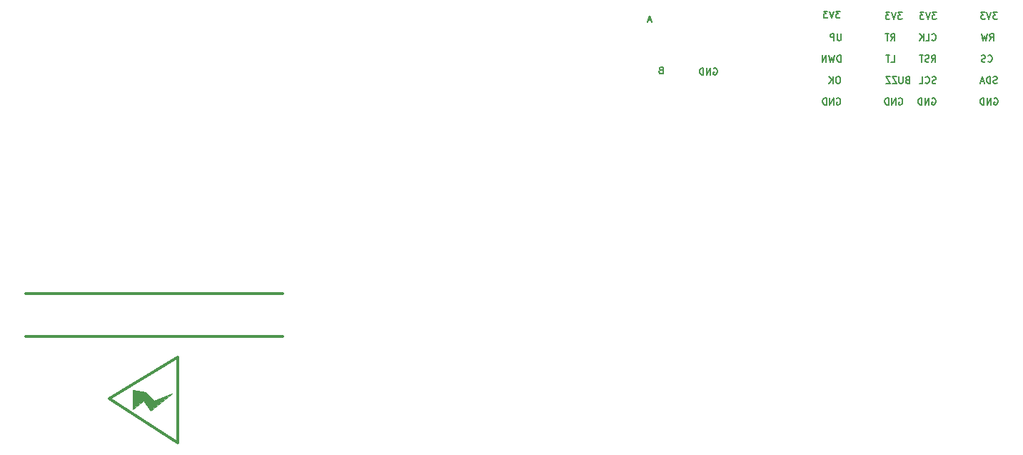
<source format=gbo>
G04 #@! TF.GenerationSoftware,KiCad,Pcbnew,(6.0.9)*
G04 #@! TF.CreationDate,2023-08-24T09:05:20+02:00*
G04 #@! TF.ProjectId,reflow_oven,7265666c-6f77-45f6-9f76-656e2e6b6963,rev?*
G04 #@! TF.SameCoordinates,Original*
G04 #@! TF.FileFunction,Legend,Bot*
G04 #@! TF.FilePolarity,Positive*
%FSLAX46Y46*%
G04 Gerber Fmt 4.6, Leading zero omitted, Abs format (unit mm)*
G04 Created by KiCad (PCBNEW (6.0.9)) date 2023-08-24 09:05:20*
%MOMM*%
%LPD*%
G01*
G04 APERTURE LIST*
G04 Aperture macros list*
%AMHorizOval*
0 Thick line with rounded ends*
0 $1 width*
0 $2 $3 position (X,Y) of the first rounded end (center of the circle)*
0 $4 $5 position (X,Y) of the second rounded end (center of the circle)*
0 Add line between two ends*
20,1,$1,$2,$3,$4,$5,0*
0 Add two circle primitives to create the rounded ends*
1,1,$1,$2,$3*
1,1,$1,$4,$5*%
G04 Aperture macros list end*
%ADD10C,0.200000*%
%ADD11C,0.300000*%
%ADD12C,0.120000*%
%ADD13R,3.000000X3.000000*%
%ADD14C,3.000000*%
%ADD15C,1.100000*%
%ADD16R,2.200000X2.200000*%
%ADD17C,2.200000*%
%ADD18C,1.800000*%
%ADD19C,2.524000*%
%ADD20R,1.725000X1.725000*%
%ADD21C,1.725000*%
%ADD22C,2.286000*%
%ADD23R,1.180000X1.180000*%
%ADD24C,1.180000*%
%ADD25C,2.400000*%
%ADD26C,1.500000*%
%ADD27R,1.300000X1.300000*%
%ADD28C,1.300000*%
%ADD29C,0.600000*%
%ADD30O,0.900000X1.700000*%
%ADD31O,0.900000X2.000000*%
%ADD32C,4.000000*%
%ADD33R,1.600000X1.600000*%
%ADD34C,1.600000*%
%ADD35R,1.500000X1.500000*%
%ADD36C,0.800000*%
%ADD37HorizOval,0.800000X0.000000X0.000000X0.000000X0.000000X0*%
%ADD38O,9.000000X6.000000*%
%ADD39HorizOval,0.800000X0.000000X0.000000X0.000000X0.000000X0*%
%ADD40R,1.950000X1.950000*%
%ADD41C,1.950000*%
%ADD42R,1.700000X1.700000*%
%ADD43O,1.700000X1.700000*%
G04 APERTURE END LIST*
D10*
X255987523Y-97008904D02*
X256254190Y-96627952D01*
X256444666Y-97008904D02*
X256444666Y-96208904D01*
X256139904Y-96208904D01*
X256063714Y-96247000D01*
X256025619Y-96285095D01*
X255987523Y-96361285D01*
X255987523Y-96475571D01*
X256025619Y-96551761D01*
X256063714Y-96589857D01*
X256139904Y-96627952D01*
X256444666Y-96627952D01*
X255720857Y-96208904D02*
X255530380Y-97008904D01*
X255378000Y-96437476D01*
X255225619Y-97008904D01*
X255035142Y-96208904D01*
X249142190Y-96932714D02*
X249180285Y-96970809D01*
X249294571Y-97008904D01*
X249370761Y-97008904D01*
X249485047Y-96970809D01*
X249561238Y-96894619D01*
X249599333Y-96818428D01*
X249637428Y-96666047D01*
X249637428Y-96551761D01*
X249599333Y-96399380D01*
X249561238Y-96323190D01*
X249485047Y-96247000D01*
X249370761Y-96208904D01*
X249294571Y-96208904D01*
X249180285Y-96247000D01*
X249142190Y-96285095D01*
X248418380Y-97008904D02*
X248799333Y-97008904D01*
X248799333Y-96208904D01*
X248151714Y-97008904D02*
X248151714Y-96208904D01*
X247694571Y-97008904D02*
X248037428Y-96551761D01*
X247694571Y-96208904D02*
X248151714Y-96666047D01*
X249104095Y-99548904D02*
X249370761Y-99167952D01*
X249561238Y-99548904D02*
X249561238Y-98748904D01*
X249256476Y-98748904D01*
X249180285Y-98787000D01*
X249142190Y-98825095D01*
X249104095Y-98901285D01*
X249104095Y-99015571D01*
X249142190Y-99091761D01*
X249180285Y-99129857D01*
X249256476Y-99167952D01*
X249561238Y-99167952D01*
X248799333Y-99510809D02*
X248685047Y-99548904D01*
X248494571Y-99548904D01*
X248418380Y-99510809D01*
X248380285Y-99472714D01*
X248342190Y-99396523D01*
X248342190Y-99320333D01*
X248380285Y-99244142D01*
X248418380Y-99206047D01*
X248494571Y-99167952D01*
X248646952Y-99129857D01*
X248723142Y-99091761D01*
X248761238Y-99053666D01*
X248799333Y-98977476D01*
X248799333Y-98901285D01*
X248761238Y-98825095D01*
X248723142Y-98787000D01*
X248646952Y-98748904D01*
X248456476Y-98748904D01*
X248342190Y-98787000D01*
X248113619Y-98748904D02*
X247656476Y-98748904D01*
X247885047Y-99548904D02*
X247885047Y-98748904D01*
X255784333Y-99472714D02*
X255822428Y-99510809D01*
X255936714Y-99548904D01*
X256012904Y-99548904D01*
X256127190Y-99510809D01*
X256203380Y-99434619D01*
X256241476Y-99358428D01*
X256279571Y-99206047D01*
X256279571Y-99091761D01*
X256241476Y-98939380D01*
X256203380Y-98863190D01*
X256127190Y-98787000D01*
X256012904Y-98748904D01*
X255936714Y-98748904D01*
X255822428Y-98787000D01*
X255784333Y-98825095D01*
X255479571Y-99510809D02*
X255365285Y-99548904D01*
X255174809Y-99548904D01*
X255098619Y-99510809D01*
X255060523Y-99472714D01*
X255022428Y-99396523D01*
X255022428Y-99320333D01*
X255060523Y-99244142D01*
X255098619Y-99206047D01*
X255174809Y-99167952D01*
X255327190Y-99129857D01*
X255403380Y-99091761D01*
X255441476Y-99053666D01*
X255479571Y-98977476D01*
X255479571Y-98901285D01*
X255441476Y-98825095D01*
X255403380Y-98787000D01*
X255327190Y-98748904D01*
X255136714Y-98748904D01*
X255022428Y-98787000D01*
X256876428Y-102050809D02*
X256762142Y-102088904D01*
X256571666Y-102088904D01*
X256495476Y-102050809D01*
X256457380Y-102012714D01*
X256419285Y-101936523D01*
X256419285Y-101860333D01*
X256457380Y-101784142D01*
X256495476Y-101746047D01*
X256571666Y-101707952D01*
X256724047Y-101669857D01*
X256800238Y-101631761D01*
X256838333Y-101593666D01*
X256876428Y-101517476D01*
X256876428Y-101441285D01*
X256838333Y-101365095D01*
X256800238Y-101327000D01*
X256724047Y-101288904D01*
X256533571Y-101288904D01*
X256419285Y-101327000D01*
X256076428Y-102088904D02*
X256076428Y-101288904D01*
X255885952Y-101288904D01*
X255771666Y-101327000D01*
X255695476Y-101403190D01*
X255657380Y-101479380D01*
X255619285Y-101631761D01*
X255619285Y-101746047D01*
X255657380Y-101898428D01*
X255695476Y-101974619D01*
X255771666Y-102050809D01*
X255885952Y-102088904D01*
X256076428Y-102088904D01*
X255314523Y-101860333D02*
X254933571Y-101860333D01*
X255390714Y-102088904D02*
X255124047Y-101288904D01*
X254857380Y-102088904D01*
X249618380Y-102050809D02*
X249504095Y-102088904D01*
X249313619Y-102088904D01*
X249237428Y-102050809D01*
X249199333Y-102012714D01*
X249161238Y-101936523D01*
X249161238Y-101860333D01*
X249199333Y-101784142D01*
X249237428Y-101746047D01*
X249313619Y-101707952D01*
X249466000Y-101669857D01*
X249542190Y-101631761D01*
X249580285Y-101593666D01*
X249618380Y-101517476D01*
X249618380Y-101441285D01*
X249580285Y-101365095D01*
X249542190Y-101327000D01*
X249466000Y-101288904D01*
X249275523Y-101288904D01*
X249161238Y-101327000D01*
X248361238Y-102012714D02*
X248399333Y-102050809D01*
X248513619Y-102088904D01*
X248589809Y-102088904D01*
X248704095Y-102050809D01*
X248780285Y-101974619D01*
X248818380Y-101898428D01*
X248856476Y-101746047D01*
X248856476Y-101631761D01*
X248818380Y-101479380D01*
X248780285Y-101403190D01*
X248704095Y-101327000D01*
X248589809Y-101288904D01*
X248513619Y-101288904D01*
X248399333Y-101327000D01*
X248361238Y-101365095D01*
X247637428Y-102088904D02*
X248018380Y-102088904D01*
X248018380Y-101288904D01*
X246233809Y-101669857D02*
X246119523Y-101707952D01*
X246081428Y-101746047D01*
X246043333Y-101822238D01*
X246043333Y-101936523D01*
X246081428Y-102012714D01*
X246119523Y-102050809D01*
X246195714Y-102088904D01*
X246500476Y-102088904D01*
X246500476Y-101288904D01*
X246233809Y-101288904D01*
X246157619Y-101327000D01*
X246119523Y-101365095D01*
X246081428Y-101441285D01*
X246081428Y-101517476D01*
X246119523Y-101593666D01*
X246157619Y-101631761D01*
X246233809Y-101669857D01*
X246500476Y-101669857D01*
X245700476Y-101288904D02*
X245700476Y-101936523D01*
X245662380Y-102012714D01*
X245624285Y-102050809D01*
X245548095Y-102088904D01*
X245395714Y-102088904D01*
X245319523Y-102050809D01*
X245281428Y-102012714D01*
X245243333Y-101936523D01*
X245243333Y-101288904D01*
X244938571Y-101288904D02*
X244405238Y-101288904D01*
X244938571Y-102088904D01*
X244405238Y-102088904D01*
X244176666Y-101288904D02*
X243643333Y-101288904D01*
X244176666Y-102088904D01*
X243643333Y-102088904D01*
X244278142Y-99548904D02*
X244659095Y-99548904D01*
X244659095Y-98748904D01*
X244125761Y-98748904D02*
X243668619Y-98748904D01*
X243897190Y-99548904D02*
X243897190Y-98748904D01*
X244278142Y-97008904D02*
X244544809Y-96627952D01*
X244735285Y-97008904D02*
X244735285Y-96208904D01*
X244430523Y-96208904D01*
X244354333Y-96247000D01*
X244316238Y-96285095D01*
X244278142Y-96361285D01*
X244278142Y-96475571D01*
X244316238Y-96551761D01*
X244354333Y-96589857D01*
X244430523Y-96627952D01*
X244735285Y-96627952D01*
X244049571Y-96208904D02*
X243592428Y-96208904D01*
X243821000Y-97008904D02*
X243821000Y-96208904D01*
X256514523Y-103867000D02*
X256590714Y-103828904D01*
X256705000Y-103828904D01*
X256819285Y-103867000D01*
X256895476Y-103943190D01*
X256933571Y-104019380D01*
X256971666Y-104171761D01*
X256971666Y-104286047D01*
X256933571Y-104438428D01*
X256895476Y-104514619D01*
X256819285Y-104590809D01*
X256705000Y-104628904D01*
X256628809Y-104628904D01*
X256514523Y-104590809D01*
X256476428Y-104552714D01*
X256476428Y-104286047D01*
X256628809Y-104286047D01*
X256133571Y-104628904D02*
X256133571Y-103828904D01*
X255676428Y-104628904D01*
X255676428Y-103828904D01*
X255295476Y-104628904D02*
X255295476Y-103828904D01*
X255105000Y-103828904D01*
X254990714Y-103867000D01*
X254914523Y-103943190D01*
X254876428Y-104019380D01*
X254838333Y-104171761D01*
X254838333Y-104286047D01*
X254876428Y-104438428D01*
X254914523Y-104514619D01*
X254990714Y-104590809D01*
X255105000Y-104628904D01*
X255295476Y-104628904D01*
X249148523Y-103867000D02*
X249224714Y-103828904D01*
X249339000Y-103828904D01*
X249453285Y-103867000D01*
X249529476Y-103943190D01*
X249567571Y-104019380D01*
X249605666Y-104171761D01*
X249605666Y-104286047D01*
X249567571Y-104438428D01*
X249529476Y-104514619D01*
X249453285Y-104590809D01*
X249339000Y-104628904D01*
X249262809Y-104628904D01*
X249148523Y-104590809D01*
X249110428Y-104552714D01*
X249110428Y-104286047D01*
X249262809Y-104286047D01*
X248767571Y-104628904D02*
X248767571Y-103828904D01*
X248310428Y-104628904D01*
X248310428Y-103828904D01*
X247929476Y-104628904D02*
X247929476Y-103828904D01*
X247739000Y-103828904D01*
X247624714Y-103867000D01*
X247548523Y-103943190D01*
X247510428Y-104019380D01*
X247472333Y-104171761D01*
X247472333Y-104286047D01*
X247510428Y-104438428D01*
X247548523Y-104514619D01*
X247624714Y-104590809D01*
X247739000Y-104628904D01*
X247929476Y-104628904D01*
X256895476Y-93668904D02*
X256400238Y-93668904D01*
X256666904Y-93973666D01*
X256552619Y-93973666D01*
X256476428Y-94011761D01*
X256438333Y-94049857D01*
X256400238Y-94126047D01*
X256400238Y-94316523D01*
X256438333Y-94392714D01*
X256476428Y-94430809D01*
X256552619Y-94468904D01*
X256781190Y-94468904D01*
X256857380Y-94430809D01*
X256895476Y-94392714D01*
X256171666Y-93668904D02*
X255905000Y-94468904D01*
X255638333Y-93668904D01*
X255447857Y-93668904D02*
X254952619Y-93668904D01*
X255219285Y-93973666D01*
X255105000Y-93973666D01*
X255028809Y-94011761D01*
X254990714Y-94049857D01*
X254952619Y-94126047D01*
X254952619Y-94316523D01*
X254990714Y-94392714D01*
X255028809Y-94430809D01*
X255105000Y-94468904D01*
X255333571Y-94468904D01*
X255409761Y-94430809D01*
X255447857Y-94392714D01*
X249656476Y-93668904D02*
X249161238Y-93668904D01*
X249427904Y-93973666D01*
X249313619Y-93973666D01*
X249237428Y-94011761D01*
X249199333Y-94049857D01*
X249161238Y-94126047D01*
X249161238Y-94316523D01*
X249199333Y-94392714D01*
X249237428Y-94430809D01*
X249313619Y-94468904D01*
X249542190Y-94468904D01*
X249618380Y-94430809D01*
X249656476Y-94392714D01*
X248932666Y-93668904D02*
X248666000Y-94468904D01*
X248399333Y-93668904D01*
X248208857Y-93668904D02*
X247713619Y-93668904D01*
X247980285Y-93973666D01*
X247866000Y-93973666D01*
X247789809Y-94011761D01*
X247751714Y-94049857D01*
X247713619Y-94126047D01*
X247713619Y-94316523D01*
X247751714Y-94392714D01*
X247789809Y-94430809D01*
X247866000Y-94468904D01*
X248094571Y-94468904D01*
X248170761Y-94430809D01*
X248208857Y-94392714D01*
X245592476Y-93668904D02*
X245097238Y-93668904D01*
X245363904Y-93973666D01*
X245249619Y-93973666D01*
X245173428Y-94011761D01*
X245135333Y-94049857D01*
X245097238Y-94126047D01*
X245097238Y-94316523D01*
X245135333Y-94392714D01*
X245173428Y-94430809D01*
X245249619Y-94468904D01*
X245478190Y-94468904D01*
X245554380Y-94430809D01*
X245592476Y-94392714D01*
X244868666Y-93668904D02*
X244602000Y-94468904D01*
X244335333Y-93668904D01*
X244144857Y-93668904D02*
X243649619Y-93668904D01*
X243916285Y-93973666D01*
X243802000Y-93973666D01*
X243725809Y-94011761D01*
X243687714Y-94049857D01*
X243649619Y-94126047D01*
X243649619Y-94316523D01*
X243687714Y-94392714D01*
X243725809Y-94430809D01*
X243802000Y-94468904D01*
X244030571Y-94468904D01*
X244106761Y-94430809D01*
X244144857Y-94392714D01*
X238226476Y-93541904D02*
X237731238Y-93541904D01*
X237997904Y-93846666D01*
X237883619Y-93846666D01*
X237807428Y-93884761D01*
X237769333Y-93922857D01*
X237731238Y-93999047D01*
X237731238Y-94189523D01*
X237769333Y-94265714D01*
X237807428Y-94303809D01*
X237883619Y-94341904D01*
X238112190Y-94341904D01*
X238188380Y-94303809D01*
X238226476Y-94265714D01*
X237502666Y-93541904D02*
X237236000Y-94341904D01*
X236969333Y-93541904D01*
X236778857Y-93541904D02*
X236283619Y-93541904D01*
X236550285Y-93846666D01*
X236436000Y-93846666D01*
X236359809Y-93884761D01*
X236321714Y-93922857D01*
X236283619Y-93999047D01*
X236283619Y-94189523D01*
X236321714Y-94265714D01*
X236359809Y-94303809D01*
X236436000Y-94341904D01*
X236664571Y-94341904D01*
X236740761Y-94303809D01*
X236778857Y-94265714D01*
X245211523Y-103867000D02*
X245287714Y-103828904D01*
X245402000Y-103828904D01*
X245516285Y-103867000D01*
X245592476Y-103943190D01*
X245630571Y-104019380D01*
X245668666Y-104171761D01*
X245668666Y-104286047D01*
X245630571Y-104438428D01*
X245592476Y-104514619D01*
X245516285Y-104590809D01*
X245402000Y-104628904D01*
X245325809Y-104628904D01*
X245211523Y-104590809D01*
X245173428Y-104552714D01*
X245173428Y-104286047D01*
X245325809Y-104286047D01*
X244830571Y-104628904D02*
X244830571Y-103828904D01*
X244373428Y-104628904D01*
X244373428Y-103828904D01*
X243992476Y-104628904D02*
X243992476Y-103828904D01*
X243802000Y-103828904D01*
X243687714Y-103867000D01*
X243611523Y-103943190D01*
X243573428Y-104019380D01*
X243535333Y-104171761D01*
X243535333Y-104286047D01*
X243573428Y-104438428D01*
X243611523Y-104514619D01*
X243687714Y-104590809D01*
X243802000Y-104628904D01*
X243992476Y-104628904D01*
X237845523Y-103867000D02*
X237921714Y-103828904D01*
X238036000Y-103828904D01*
X238150285Y-103867000D01*
X238226476Y-103943190D01*
X238264571Y-104019380D01*
X238302666Y-104171761D01*
X238302666Y-104286047D01*
X238264571Y-104438428D01*
X238226476Y-104514619D01*
X238150285Y-104590809D01*
X238036000Y-104628904D01*
X237959809Y-104628904D01*
X237845523Y-104590809D01*
X237807428Y-104552714D01*
X237807428Y-104286047D01*
X237959809Y-104286047D01*
X237464571Y-104628904D02*
X237464571Y-103828904D01*
X237007428Y-104628904D01*
X237007428Y-103828904D01*
X236626476Y-104628904D02*
X236626476Y-103828904D01*
X236436000Y-103828904D01*
X236321714Y-103867000D01*
X236245523Y-103943190D01*
X236207428Y-104019380D01*
X236169333Y-104171761D01*
X236169333Y-104286047D01*
X236207428Y-104438428D01*
X236245523Y-104514619D01*
X236321714Y-104590809D01*
X236436000Y-104628904D01*
X236626476Y-104628904D01*
X238093190Y-101288904D02*
X237940809Y-101288904D01*
X237864619Y-101327000D01*
X237788428Y-101403190D01*
X237750333Y-101555571D01*
X237750333Y-101822238D01*
X237788428Y-101974619D01*
X237864619Y-102050809D01*
X237940809Y-102088904D01*
X238093190Y-102088904D01*
X238169380Y-102050809D01*
X238245571Y-101974619D01*
X238283666Y-101822238D01*
X238283666Y-101555571D01*
X238245571Y-101403190D01*
X238169380Y-101327000D01*
X238093190Y-101288904D01*
X237407476Y-102088904D02*
X237407476Y-101288904D01*
X236950333Y-102088904D02*
X237293190Y-101631761D01*
X236950333Y-101288904D02*
X237407476Y-101746047D01*
X238321714Y-99548904D02*
X238321714Y-98748904D01*
X238131238Y-98748904D01*
X238016952Y-98787000D01*
X237940761Y-98863190D01*
X237902666Y-98939380D01*
X237864571Y-99091761D01*
X237864571Y-99206047D01*
X237902666Y-99358428D01*
X237940761Y-99434619D01*
X238016952Y-99510809D01*
X238131238Y-99548904D01*
X238321714Y-99548904D01*
X237597904Y-98748904D02*
X237407428Y-99548904D01*
X237255047Y-98977476D01*
X237102666Y-99548904D01*
X236912190Y-98748904D01*
X236607428Y-99548904D02*
X236607428Y-98748904D01*
X236150285Y-99548904D01*
X236150285Y-98748904D01*
X238372571Y-96208904D02*
X238372571Y-96856523D01*
X238334476Y-96932714D01*
X238296380Y-96970809D01*
X238220190Y-97008904D01*
X238067809Y-97008904D01*
X237991619Y-96970809D01*
X237953523Y-96932714D01*
X237915428Y-96856523D01*
X237915428Y-96208904D01*
X237534476Y-97008904D02*
X237534476Y-96208904D01*
X237229714Y-96208904D01*
X237153523Y-96247000D01*
X237115428Y-96285095D01*
X237077333Y-96361285D01*
X237077333Y-96475571D01*
X237115428Y-96551761D01*
X237153523Y-96589857D01*
X237229714Y-96627952D01*
X237534476Y-96627952D01*
X215836476Y-94621333D02*
X215455523Y-94621333D01*
X215912666Y-94849904D02*
X215646000Y-94049904D01*
X215379333Y-94849904D01*
X216985857Y-100526857D02*
X216871571Y-100564952D01*
X216833476Y-100603047D01*
X216795380Y-100679238D01*
X216795380Y-100793523D01*
X216833476Y-100869714D01*
X216871571Y-100907809D01*
X216947761Y-100945904D01*
X217252523Y-100945904D01*
X217252523Y-100145904D01*
X216985857Y-100145904D01*
X216909666Y-100184000D01*
X216871571Y-100222095D01*
X216833476Y-100298285D01*
X216833476Y-100374476D01*
X216871571Y-100450666D01*
X216909666Y-100488761D01*
X216985857Y-100526857D01*
X217252523Y-100526857D01*
X223240523Y-100311000D02*
X223316714Y-100272904D01*
X223431000Y-100272904D01*
X223545285Y-100311000D01*
X223621476Y-100387190D01*
X223659571Y-100463380D01*
X223697666Y-100615761D01*
X223697666Y-100730047D01*
X223659571Y-100882428D01*
X223621476Y-100958619D01*
X223545285Y-101034809D01*
X223431000Y-101072904D01*
X223354809Y-101072904D01*
X223240523Y-101034809D01*
X223202428Y-100996714D01*
X223202428Y-100730047D01*
X223354809Y-100730047D01*
X222859571Y-101072904D02*
X222859571Y-100272904D01*
X222402428Y-101072904D01*
X222402428Y-100272904D01*
X222021476Y-101072904D02*
X222021476Y-100272904D01*
X221831000Y-100272904D01*
X221716714Y-100311000D01*
X221640523Y-100387190D01*
X221602428Y-100463380D01*
X221564333Y-100615761D01*
X221564333Y-100730047D01*
X221602428Y-100882428D01*
X221640523Y-100958619D01*
X221716714Y-101034809D01*
X221831000Y-101072904D01*
X222021476Y-101072904D01*
D11*
X159687865Y-134548880D02*
X151559865Y-139496800D01*
X141653865Y-127050800D02*
X172133865Y-127050800D01*
X151559865Y-139496800D02*
X159687865Y-144708880D01*
X159687865Y-134548880D02*
X159687865Y-144708880D01*
X141653865Y-132130800D02*
X172133865Y-132130800D01*
G36*
X155877865Y-138734800D02*
G01*
X156893865Y-139750800D01*
X159017305Y-138866880D01*
X156477305Y-140898880D01*
X155623865Y-139750800D01*
X154353865Y-140766800D01*
X154353865Y-138480800D01*
X155877865Y-138734800D01*
G37*
D12*
X155877865Y-138734800D02*
X156893865Y-139750800D01*
X159017305Y-138866880D01*
X156477305Y-140898880D01*
X155623865Y-139750800D01*
X154353865Y-140766800D01*
X154353865Y-138480800D01*
X155877865Y-138734800D01*
%LPC*%
D13*
X225364865Y-215472200D03*
D14*
X230444865Y-215472200D03*
D15*
X280591865Y-100888800D03*
X280591865Y-103428800D03*
D16*
X278051865Y-103428800D03*
D17*
X278051865Y-100888800D03*
D18*
X156445865Y-166674800D03*
X163945865Y-166674800D03*
D19*
X144393865Y-149840800D03*
X156893865Y-149840800D03*
X169393865Y-149840800D03*
X168393865Y-109340800D03*
X145393865Y-109340800D03*
D15*
X141210865Y-99364800D03*
X141210865Y-101904800D03*
D16*
X143750865Y-99364800D03*
D17*
X143750865Y-101904800D03*
D13*
X271775865Y-215472200D03*
D14*
X276855865Y-215472200D03*
D20*
X239697865Y-94030800D03*
D21*
X242237865Y-94030800D03*
X239697865Y-96570800D03*
X242237865Y-96570800D03*
X239697865Y-99110800D03*
X242237865Y-99110800D03*
X239697865Y-101650800D03*
X242237865Y-101650800D03*
X239697865Y-104190800D03*
X242237865Y-104190800D03*
D15*
X280591865Y-93141800D03*
X280591865Y-95681800D03*
D16*
X278051865Y-95681800D03*
D17*
X278051865Y-93141800D03*
D22*
X204550865Y-215446800D03*
X199950865Y-215446800D03*
D15*
X141210865Y-92506800D03*
X141210865Y-95046800D03*
D16*
X143750865Y-92506800D03*
D17*
X143750865Y-95046800D03*
D23*
X183388865Y-209360800D03*
D24*
X183388865Y-204260800D03*
X175138865Y-204260800D03*
X175138865Y-209360800D03*
D18*
X166545865Y-189474800D03*
X166545865Y-181974800D03*
D25*
X155115865Y-197024800D03*
X155115865Y-174424800D03*
D26*
X236850865Y-185552800D03*
X249550865Y-185552800D03*
X249550865Y-175552800D03*
X236850865Y-175552800D03*
D13*
X259075865Y-215446800D03*
D14*
X264155865Y-215446800D03*
D22*
X250834865Y-215446800D03*
X246234865Y-215446800D03*
D27*
X167695865Y-159054800D03*
D28*
X152695865Y-159054800D03*
D15*
X280591865Y-117652800D03*
X280591865Y-120192800D03*
D16*
X278051865Y-120192800D03*
D17*
X278051865Y-117652800D03*
D15*
X280591865Y-159308800D03*
X280591865Y-156768800D03*
D16*
X278051865Y-159308800D03*
D17*
X278051865Y-156768800D03*
D15*
X280591865Y-138988800D03*
X280591865Y-136448800D03*
D16*
X278051865Y-138988800D03*
D17*
X278051865Y-136448800D03*
D15*
X280591865Y-109397800D03*
X280591865Y-111937800D03*
D16*
X278051865Y-111937800D03*
D17*
X278051865Y-109397800D03*
D15*
X280591865Y-127812800D03*
X280591865Y-130352800D03*
D16*
X278051865Y-130352800D03*
D17*
X278051865Y-127812800D03*
D29*
X193946865Y-93956800D03*
X188166865Y-93956800D03*
D30*
X195376865Y-90266800D03*
D31*
X186736865Y-94436800D03*
X195376865Y-94436800D03*
D30*
X186736865Y-90266800D03*
D13*
X212664865Y-215446800D03*
D14*
X217744865Y-215446800D03*
D15*
X280591865Y-148132800D03*
X280591865Y-150672800D03*
D16*
X278051865Y-150672800D03*
D17*
X278051865Y-148132800D03*
D20*
X251000865Y-94081600D03*
D21*
X253540865Y-94081600D03*
X251000865Y-96621600D03*
X253540865Y-96621600D03*
X251000865Y-99161600D03*
X253540865Y-99161600D03*
X251000865Y-101701600D03*
X253540865Y-101701600D03*
X251000865Y-104241600D03*
X253540865Y-104241600D03*
D26*
X190566865Y-185552800D03*
X203266865Y-185552800D03*
X203266865Y-175552800D03*
X190566865Y-175552800D03*
D32*
X229581865Y-97487600D03*
X204581865Y-97487600D03*
D33*
X211541865Y-98907600D03*
D34*
X214311865Y-98907600D03*
X217081865Y-98907600D03*
X219851865Y-98907600D03*
X222621865Y-98907600D03*
X212926865Y-96067600D03*
X215696865Y-96067600D03*
X218466865Y-96067600D03*
X221236865Y-96067600D03*
D35*
X223302465Y-175656400D03*
D26*
X221392465Y-175656400D03*
X219482465Y-175656400D03*
D36*
X214392465Y-199106400D03*
X214392465Y-195006400D03*
D37*
X220342465Y-196426400D03*
D36*
X215722465Y-195006400D03*
D38*
X216392465Y-197056400D03*
D36*
X213192465Y-195396400D03*
X218392465Y-199106400D03*
X215722465Y-199106400D03*
D39*
X220342465Y-197686400D03*
D36*
X212442465Y-196426400D03*
X217062465Y-195006400D03*
X217062465Y-199106400D03*
X219592465Y-195396400D03*
X219592465Y-198716400D03*
X218392465Y-195006400D03*
X213192465Y-198716400D03*
X212442465Y-197686400D03*
D39*
X222442465Y-196426400D03*
D36*
X223192465Y-198716400D03*
D37*
X222442465Y-197686400D03*
D36*
X224392465Y-195006400D03*
X225722465Y-199106400D03*
X228392465Y-199106400D03*
X228392465Y-195006400D03*
X227062465Y-195006400D03*
X224392465Y-199106400D03*
X223192465Y-195396400D03*
X227062465Y-199106400D03*
X225722465Y-195006400D03*
X229592465Y-195396400D03*
D38*
X226392465Y-197056400D03*
D36*
X230342465Y-196426400D03*
X229592465Y-198716400D03*
X230342465Y-197686400D03*
D40*
X144955865Y-213556800D03*
D41*
X150035865Y-213556800D03*
X155115865Y-213556800D03*
D22*
X162231865Y-204016800D03*
X166831865Y-204016800D03*
D42*
X197533865Y-123240800D03*
D43*
X200073865Y-123240800D03*
X202613865Y-123240800D03*
X205153865Y-123240800D03*
X207693865Y-123240800D03*
X210233865Y-123240800D03*
D35*
X269738865Y-175656400D03*
D26*
X267828865Y-175656400D03*
X265918865Y-175656400D03*
D38*
X262828865Y-197056400D03*
D36*
X263498865Y-199106400D03*
X266028865Y-195396400D03*
X264828865Y-195006400D03*
D39*
X266778865Y-197686400D03*
D36*
X259628865Y-198716400D03*
X266028865Y-198716400D03*
X262158865Y-195006400D03*
X258878865Y-196426400D03*
X263498865Y-195006400D03*
X264828865Y-199106400D03*
D37*
X266778865Y-196426400D03*
D36*
X260828865Y-195006400D03*
X260828865Y-199106400D03*
X259628865Y-195396400D03*
X258878865Y-197686400D03*
X262158865Y-199106400D03*
X273498865Y-195006400D03*
X276778865Y-196426400D03*
X272158865Y-199106400D03*
X270828865Y-195006400D03*
X273498865Y-199106400D03*
X272158865Y-195006400D03*
D37*
X268878865Y-197686400D03*
D38*
X272828865Y-197056400D03*
D36*
X269628865Y-195396400D03*
X276028865Y-198716400D03*
X269628865Y-198716400D03*
X274828865Y-195006400D03*
X274828865Y-199106400D03*
X270828865Y-199106400D03*
X276778865Y-197686400D03*
X276028865Y-195396400D03*
D39*
X268878865Y-196426400D03*
M02*

</source>
